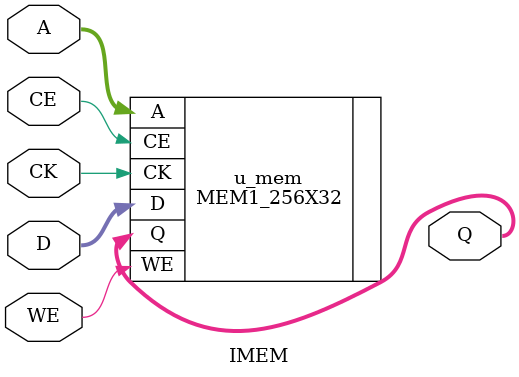
<source format=v>
module IMEM(
	input CK,
	input CE,
	input WE,
	input [7:0] A,
	input [31:0] D,
	output [31:0] Q
);

	MEM1_256X32 u_mem(
		.CK(CK),
		.CE(CE),
		.WE(WE),
		.A(A),
		.D(D),
		.Q(Q)
	);
endmodule

</source>
